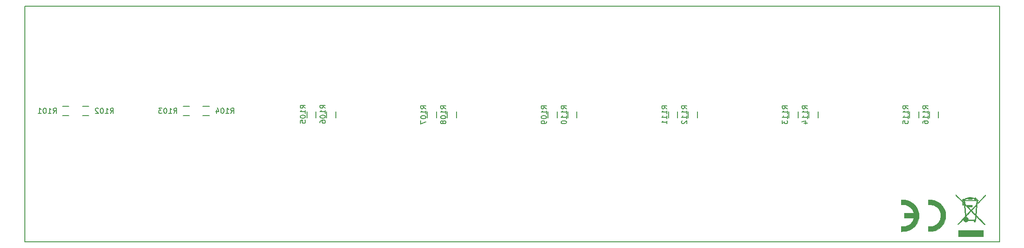
<source format=gbo>
G04 #@! TF.GenerationSoftware,KiCad,Pcbnew,(5.1.0-0)*
G04 #@! TF.CreationDate,2019-11-06T10:25:11+01:00*
G04 #@! TF.ProjectId,AddOnD,4164644f-6e44-42e6-9b69-6361645f7063,rev?*
G04 #@! TF.SameCoordinates,Original*
G04 #@! TF.FileFunction,Legend,Bot*
G04 #@! TF.FilePolarity,Positive*
%FSLAX46Y46*%
G04 Gerber Fmt 4.6, Leading zero omitted, Abs format (unit mm)*
G04 Created by KiCad (PCBNEW (5.1.0-0)) date 2019-11-06 10:25:11*
%MOMM*%
%LPD*%
G04 APERTURE LIST*
%ADD10C,0.150000*%
%ADD11C,0.010000*%
G04 APERTURE END LIST*
D10*
X7500000Y45000000D02*
X7500000Y90000000D01*
X193500000Y45000000D02*
X7500000Y45000000D01*
X193500000Y90000000D02*
X193500000Y45000000D01*
X7500000Y90000000D02*
X193500000Y90000000D01*
D11*
G36*
X174766665Y52083594D02*
G01*
X175061015Y52083305D01*
X175162990Y52082880D01*
X175243645Y52081592D01*
X175308112Y52079086D01*
X175361524Y52075004D01*
X175409012Y52068992D01*
X175455711Y52060692D01*
X175489611Y52053564D01*
X175719451Y51990246D01*
X175938768Y51903988D01*
X176145799Y51795991D01*
X176338780Y51667456D01*
X176515951Y51519582D01*
X176675547Y51353570D01*
X176815807Y51170621D01*
X176840446Y51133551D01*
X176892244Y51046598D01*
X176945145Y50945180D01*
X176996164Y50836134D01*
X177042318Y50726298D01*
X177080625Y50622512D01*
X177108102Y50531612D01*
X177114196Y50506016D01*
X177123561Y50463021D01*
X175361979Y50463021D01*
X175361979Y49523750D01*
X177123561Y49523750D01*
X177114196Y49480756D01*
X177089136Y49389389D01*
X177051648Y49283531D01*
X177004815Y49170122D01*
X176951718Y49056108D01*
X176895440Y48948431D01*
X176839064Y48854033D01*
X176829608Y48839681D01*
X176685866Y48648209D01*
X176524667Y48476370D01*
X176347010Y48324837D01*
X176153891Y48194281D01*
X175946309Y48085376D01*
X175725262Y47998794D01*
X175491745Y47935206D01*
X175486044Y47933979D01*
X175433462Y47923378D01*
X175385042Y47915487D01*
X175335391Y47909922D01*
X175279119Y47906298D01*
X175210832Y47904231D01*
X175125141Y47903336D01*
X175054401Y47903201D01*
X174766667Y47903224D01*
X174766667Y46970521D01*
X175054401Y46972238D01*
X175146376Y46973291D01*
X175236109Y46975234D01*
X175317842Y46977874D01*
X175385821Y46981019D01*
X175434289Y46984474D01*
X175441354Y46985211D01*
X175666763Y47021406D01*
X175898614Y47078624D01*
X176130575Y47154716D01*
X176356315Y47247535D01*
X176569501Y47354932D01*
X176625303Y47386865D01*
X176788844Y47492333D01*
X176954786Y47616455D01*
X177116573Y47753569D01*
X177267650Y47898018D01*
X177401460Y48044141D01*
X177438007Y48088393D01*
X177599327Y48309988D01*
X177740652Y48547622D01*
X177860975Y48798911D01*
X177959289Y49061468D01*
X178034588Y49332908D01*
X178085865Y49610845D01*
X178088410Y49629584D01*
X178095359Y49701249D01*
X178100292Y49791954D01*
X178103208Y49895077D01*
X178104105Y50003991D01*
X178102981Y50112075D01*
X178099834Y50212702D01*
X178094662Y50299248D01*
X178088617Y50357188D01*
X178036661Y50642106D01*
X177961431Y50917646D01*
X177863609Y51182191D01*
X177743879Y51434123D01*
X177602924Y51671823D01*
X177441427Y51893675D01*
X177438007Y51897921D01*
X177257720Y52100879D01*
X177058578Y52287344D01*
X176843027Y52455786D01*
X176613515Y52604675D01*
X176372491Y52732483D01*
X176122400Y52837678D01*
X175865691Y52918733D01*
X175765381Y52943231D01*
X175641470Y52969062D01*
X175526300Y52988408D01*
X175412480Y53002019D01*
X175292615Y53010644D01*
X175159313Y53015032D01*
X175047787Y53015992D01*
X174766667Y53016250D01*
X174766665Y52083594D01*
X174766665Y52083594D01*
G37*
X174766665Y52083594D02*
X175061015Y52083305D01*
X175162990Y52082880D01*
X175243645Y52081592D01*
X175308112Y52079086D01*
X175361524Y52075004D01*
X175409012Y52068992D01*
X175455711Y52060692D01*
X175489611Y52053564D01*
X175719451Y51990246D01*
X175938768Y51903988D01*
X176145799Y51795991D01*
X176338780Y51667456D01*
X176515951Y51519582D01*
X176675547Y51353570D01*
X176815807Y51170621D01*
X176840446Y51133551D01*
X176892244Y51046598D01*
X176945145Y50945180D01*
X176996164Y50836134D01*
X177042318Y50726298D01*
X177080625Y50622512D01*
X177108102Y50531612D01*
X177114196Y50506016D01*
X177123561Y50463021D01*
X175361979Y50463021D01*
X175361979Y49523750D01*
X177123561Y49523750D01*
X177114196Y49480756D01*
X177089136Y49389389D01*
X177051648Y49283531D01*
X177004815Y49170122D01*
X176951718Y49056108D01*
X176895440Y48948431D01*
X176839064Y48854033D01*
X176829608Y48839681D01*
X176685866Y48648209D01*
X176524667Y48476370D01*
X176347010Y48324837D01*
X176153891Y48194281D01*
X175946309Y48085376D01*
X175725262Y47998794D01*
X175491745Y47935206D01*
X175486044Y47933979D01*
X175433462Y47923378D01*
X175385042Y47915487D01*
X175335391Y47909922D01*
X175279119Y47906298D01*
X175210832Y47904231D01*
X175125141Y47903336D01*
X175054401Y47903201D01*
X174766667Y47903224D01*
X174766667Y46970521D01*
X175054401Y46972238D01*
X175146376Y46973291D01*
X175236109Y46975234D01*
X175317842Y46977874D01*
X175385821Y46981019D01*
X175434289Y46984474D01*
X175441354Y46985211D01*
X175666763Y47021406D01*
X175898614Y47078624D01*
X176130575Y47154716D01*
X176356315Y47247535D01*
X176569501Y47354932D01*
X176625303Y47386865D01*
X176788844Y47492333D01*
X176954786Y47616455D01*
X177116573Y47753569D01*
X177267650Y47898018D01*
X177401460Y48044141D01*
X177438007Y48088393D01*
X177599327Y48309988D01*
X177740652Y48547622D01*
X177860975Y48798911D01*
X177959289Y49061468D01*
X178034588Y49332908D01*
X178085865Y49610845D01*
X178088410Y49629584D01*
X178095359Y49701249D01*
X178100292Y49791954D01*
X178103208Y49895077D01*
X178104105Y50003991D01*
X178102981Y50112075D01*
X178099834Y50212702D01*
X178094662Y50299248D01*
X178088617Y50357188D01*
X178036661Y50642106D01*
X177961431Y50917646D01*
X177863609Y51182191D01*
X177743879Y51434123D01*
X177602924Y51671823D01*
X177441427Y51893675D01*
X177438007Y51897921D01*
X177257720Y52100879D01*
X177058578Y52287344D01*
X176843027Y52455786D01*
X176613515Y52604675D01*
X176372491Y52732483D01*
X176122400Y52837678D01*
X175865691Y52918733D01*
X175765381Y52943231D01*
X175641470Y52969062D01*
X175526300Y52988408D01*
X175412480Y53002019D01*
X175292615Y53010644D01*
X175159313Y53015032D01*
X175047787Y53015992D01*
X174766667Y53016250D01*
X174766665Y52083594D01*
G36*
X180060813Y53015685D02*
G01*
X179996330Y53014025D01*
X179949697Y53011055D01*
X179929349Y53007912D01*
X179899583Y52999935D01*
X179899583Y52079470D01*
X180109119Y52086741D01*
X180318953Y52086477D01*
X180513141Y52069618D01*
X180697580Y52034925D01*
X180878168Y51981161D01*
X181060803Y51907089D01*
X181136511Y51871121D01*
X181317062Y51772023D01*
X181479702Y51660674D01*
X181632099Y51531592D01*
X181691378Y51474295D01*
X181848015Y51299139D01*
X181983527Y51108480D01*
X182097234Y50903606D01*
X182188456Y50685807D01*
X182256515Y50456371D01*
X182276674Y50363803D01*
X182288823Y50279756D01*
X182296934Y50176766D01*
X182301015Y50062035D01*
X182301074Y49942766D01*
X182297116Y49826163D01*
X182289149Y49719429D01*
X182277181Y49629767D01*
X182275943Y49622969D01*
X182220089Y49394241D01*
X182140701Y49176035D01*
X182039069Y48969823D01*
X181916478Y48777072D01*
X181774219Y48599252D01*
X181613579Y48437832D01*
X181435845Y48294281D01*
X181242307Y48170069D01*
X181034252Y48066664D01*
X180850763Y47997465D01*
X180747623Y47965882D01*
X180652893Y47941871D01*
X180560130Y47924537D01*
X180462894Y47912984D01*
X180354742Y47906320D01*
X180229233Y47903648D01*
X180174089Y47903496D01*
X179899583Y47903814D01*
X179899583Y46986836D01*
X179929349Y46978859D01*
X179954749Y46975862D01*
X180001744Y46973797D01*
X180065490Y46972618D01*
X180141142Y46972277D01*
X180223854Y46972726D01*
X180308783Y46973917D01*
X180391083Y46975803D01*
X180465909Y46978337D01*
X180528417Y46981469D01*
X180573762Y46985153D01*
X180574271Y46985211D01*
X180687271Y47001659D01*
X180814872Y47026294D01*
X180947338Y47056917D01*
X181074934Y47091333D01*
X181156016Y47116464D01*
X181420553Y47217502D01*
X181671277Y47340487D01*
X181907195Y47484223D01*
X182127320Y47647513D01*
X182330660Y47829162D01*
X182516227Y48027974D01*
X182683030Y48242753D01*
X182830079Y48472302D01*
X182956385Y48715427D01*
X183060958Y48970930D01*
X183142808Y49237617D01*
X183200945Y49514291D01*
X183214162Y49603125D01*
X183222618Y49687893D01*
X183228437Y49791882D01*
X183231618Y49907991D01*
X183232161Y50029113D01*
X183230066Y50148146D01*
X183225334Y50257986D01*
X183217963Y50351528D01*
X183214162Y50383646D01*
X183163241Y50666294D01*
X183087795Y50939386D01*
X182988081Y51202286D01*
X182864354Y51454363D01*
X182716872Y51694983D01*
X182638048Y51805782D01*
X182459770Y52023277D01*
X182263767Y52221656D01*
X182051402Y52400118D01*
X181824041Y52557867D01*
X181583047Y52694103D01*
X181329787Y52808029D01*
X181065623Y52898847D01*
X180791921Y52965759D01*
X180601120Y52997187D01*
X180548646Y53002510D01*
X180479782Y53007070D01*
X180399419Y53010788D01*
X180312450Y53013587D01*
X180223764Y53015388D01*
X180138255Y53016113D01*
X180060813Y53015685D01*
X180060813Y53015685D01*
G37*
X180060813Y53015685D02*
X179996330Y53014025D01*
X179949697Y53011055D01*
X179929349Y53007912D01*
X179899583Y52999935D01*
X179899583Y52079470D01*
X180109119Y52086741D01*
X180318953Y52086477D01*
X180513141Y52069618D01*
X180697580Y52034925D01*
X180878168Y51981161D01*
X181060803Y51907089D01*
X181136511Y51871121D01*
X181317062Y51772023D01*
X181479702Y51660674D01*
X181632099Y51531592D01*
X181691378Y51474295D01*
X181848015Y51299139D01*
X181983527Y51108480D01*
X182097234Y50903606D01*
X182188456Y50685807D01*
X182256515Y50456371D01*
X182276674Y50363803D01*
X182288823Y50279756D01*
X182296934Y50176766D01*
X182301015Y50062035D01*
X182301074Y49942766D01*
X182297116Y49826163D01*
X182289149Y49719429D01*
X182277181Y49629767D01*
X182275943Y49622969D01*
X182220089Y49394241D01*
X182140701Y49176035D01*
X182039069Y48969823D01*
X181916478Y48777072D01*
X181774219Y48599252D01*
X181613579Y48437832D01*
X181435845Y48294281D01*
X181242307Y48170069D01*
X181034252Y48066664D01*
X180850763Y47997465D01*
X180747623Y47965882D01*
X180652893Y47941871D01*
X180560130Y47924537D01*
X180462894Y47912984D01*
X180354742Y47906320D01*
X180229233Y47903648D01*
X180174089Y47903496D01*
X179899583Y47903814D01*
X179899583Y46986836D01*
X179929349Y46978859D01*
X179954749Y46975862D01*
X180001744Y46973797D01*
X180065490Y46972618D01*
X180141142Y46972277D01*
X180223854Y46972726D01*
X180308783Y46973917D01*
X180391083Y46975803D01*
X180465909Y46978337D01*
X180528417Y46981469D01*
X180573762Y46985153D01*
X180574271Y46985211D01*
X180687271Y47001659D01*
X180814872Y47026294D01*
X180947338Y47056917D01*
X181074934Y47091333D01*
X181156016Y47116464D01*
X181420553Y47217502D01*
X181671277Y47340487D01*
X181907195Y47484223D01*
X182127320Y47647513D01*
X182330660Y47829162D01*
X182516227Y48027974D01*
X182683030Y48242753D01*
X182830079Y48472302D01*
X182956385Y48715427D01*
X183060958Y48970930D01*
X183142808Y49237617D01*
X183200945Y49514291D01*
X183214162Y49603125D01*
X183222618Y49687893D01*
X183228437Y49791882D01*
X183231618Y49907991D01*
X183232161Y50029113D01*
X183230066Y50148146D01*
X183225334Y50257986D01*
X183217963Y50351528D01*
X183214162Y50383646D01*
X183163241Y50666294D01*
X183087795Y50939386D01*
X182988081Y51202286D01*
X182864354Y51454363D01*
X182716872Y51694983D01*
X182638048Y51805782D01*
X182459770Y52023277D01*
X182263767Y52221656D01*
X182051402Y52400118D01*
X181824041Y52557867D01*
X181583047Y52694103D01*
X181329787Y52808029D01*
X181065623Y52898847D01*
X180791921Y52965759D01*
X180601120Y52997187D01*
X180548646Y53002510D01*
X180479782Y53007070D01*
X180399419Y53010788D01*
X180312450Y53013587D01*
X180223764Y53015388D01*
X180138255Y53016113D01*
X180060813Y53015685D01*
G36*
X185176744Y53900663D02*
G01*
X185177567Y53784934D01*
X185777885Y53175000D01*
X186378204Y52565066D01*
X186378641Y52285165D01*
X186379079Y52005263D01*
X186744663Y52005263D01*
X186754083Y51934244D01*
X186757650Y51901873D01*
X186763662Y51840913D01*
X186771799Y51755002D01*
X186781738Y51647774D01*
X186793157Y51522867D01*
X186805736Y51383917D01*
X186819153Y51234559D01*
X186833085Y51078432D01*
X186847212Y50919170D01*
X186861212Y50760410D01*
X186874763Y50605789D01*
X186887544Y50458943D01*
X186899233Y50323507D01*
X186909508Y50203120D01*
X186918048Y50101416D01*
X186924531Y50022033D01*
X186928636Y49968606D01*
X186930041Y49944771D01*
X186930040Y49944658D01*
X186919796Y49925534D01*
X186889026Y49886045D01*
X186837311Y49825734D01*
X186764233Y49744139D01*
X186669373Y49640802D01*
X186552313Y49515262D01*
X186412633Y49367060D01*
X186249916Y49195737D01*
X186204179Y49147763D01*
X185478805Y48387434D01*
X185537449Y48328948D01*
X185596092Y48270461D01*
X185690974Y48373690D01*
X185725685Y48410997D01*
X185779906Y48468689D01*
X185850059Y48542987D01*
X185932568Y48630111D01*
X186023855Y48726282D01*
X186120342Y48827720D01*
X186178065Y48888305D01*
X186286434Y49001803D01*
X186374028Y49092715D01*
X186443080Y49162693D01*
X186495824Y49213390D01*
X186534494Y49246460D01*
X186561323Y49263556D01*
X186578544Y49266331D01*
X186588392Y49256437D01*
X186593099Y49235529D01*
X186594899Y49205259D01*
X186595141Y49196998D01*
X186607658Y49140091D01*
X186638497Y49071307D01*
X186681503Y49001525D01*
X186730520Y48941622D01*
X186750134Y48923118D01*
X186850770Y48858372D01*
X186968327Y48822146D01*
X187072262Y48813553D01*
X187190049Y48829761D01*
X187298831Y48877288D01*
X187395110Y48954489D01*
X187412875Y48973705D01*
X187477832Y49047500D01*
X188601579Y49047500D01*
X188601579Y48813553D01*
X188902368Y48813553D01*
X188902368Y48922848D01*
X188906143Y48997461D01*
X188918825Y49049250D01*
X188934237Y49077420D01*
X188945250Y49097576D01*
X188954679Y49126800D01*
X188963151Y49169425D01*
X188971290Y49229783D01*
X188979721Y49312207D01*
X188989068Y49421028D01*
X188995469Y49501983D01*
X189024831Y49881268D01*
X189745659Y49151062D01*
X189875992Y49018934D01*
X190001108Y48891904D01*
X190118721Y48772305D01*
X190226545Y48662472D01*
X190322295Y48564737D01*
X190403683Y48481434D01*
X190468423Y48414896D01*
X190514230Y48367458D01*
X190538792Y48341480D01*
X190579145Y48300351D01*
X190612805Y48271665D01*
X190630910Y48262105D01*
X190654035Y48273303D01*
X190687743Y48301281D01*
X190699169Y48312674D01*
X190747617Y48363243D01*
X190480881Y48634298D01*
X190412831Y48703348D01*
X190325085Y48792226D01*
X190221492Y48897041D01*
X190105900Y49013903D01*
X189982159Y49138921D01*
X189854119Y49268205D01*
X189725628Y49397864D01*
X189633454Y49490821D01*
X189493342Y49632480D01*
X189375632Y49752409D01*
X189278820Y49852232D01*
X189201399Y49933572D01*
X189141864Y49998052D01*
X189112358Y50031723D01*
X188875409Y50031723D01*
X188845743Y49652408D01*
X188836797Y49541223D01*
X188828142Y49439547D01*
X188820271Y49352696D01*
X188813672Y49285982D01*
X188808836Y49244721D01*
X188807280Y49235494D01*
X188798482Y49197895D01*
X187536681Y49197895D01*
X187528258Y49302827D01*
X187502828Y49426805D01*
X187449611Y49536476D01*
X187371963Y49627844D01*
X187273237Y49696917D01*
X187162428Y49738380D01*
X187126480Y49757829D01*
X187108483Y49799570D01*
X187108106Y49801411D01*
X187105947Y49819033D01*
X187108616Y49837078D01*
X187118720Y49858892D01*
X187138863Y49887823D01*
X187171651Y49927217D01*
X187219690Y49980423D01*
X187285584Y50050786D01*
X187371940Y50141654D01*
X187377520Y50147507D01*
X187470405Y50245044D01*
X187569155Y50348933D01*
X187666984Y50452023D01*
X187757107Y50547161D01*
X187832738Y50627196D01*
X187849605Y50645089D01*
X187914265Y50712556D01*
X187971705Y50770291D01*
X188017801Y50814325D01*
X188048431Y50840686D01*
X188058715Y50846479D01*
X188074052Y50834354D01*
X188109917Y50801090D01*
X188163488Y50749458D01*
X188231940Y50682225D01*
X188312447Y50602163D01*
X188402187Y50512039D01*
X188475532Y50437802D01*
X188875409Y50031723D01*
X189112358Y50031723D01*
X189098709Y50047297D01*
X189070429Y50082929D01*
X189055517Y50106571D01*
X189052199Y50117520D01*
X189053456Y50141414D01*
X189057274Y50195499D01*
X189063407Y50276662D01*
X189071607Y50381790D01*
X189081627Y50507772D01*
X189093220Y50651495D01*
X189106140Y50809846D01*
X189120138Y50979713D01*
X189131419Y51115472D01*
X189195250Y51880894D01*
X189031004Y51880894D01*
X189030297Y51864376D01*
X189026969Y51817855D01*
X189021290Y51744622D01*
X189013526Y51647972D01*
X189003943Y51531195D01*
X188992811Y51397586D01*
X188980395Y51250437D01*
X188968480Y51110729D01*
X188954984Y50952213D01*
X188942413Y50802579D01*
X188931055Y50665398D01*
X188921198Y50544241D01*
X188913130Y50442680D01*
X188907140Y50364288D01*
X188903515Y50312637D01*
X188902509Y50292577D01*
X188900940Y50280092D01*
X188894722Y50275138D01*
X188881459Y50279782D01*
X188858753Y50296091D01*
X188824208Y50326132D01*
X188775427Y50371973D01*
X188710013Y50435680D01*
X188625569Y50519321D01*
X188535971Y50608701D01*
X188169574Y50974814D01*
X188172141Y50977566D01*
X187929951Y50977566D01*
X187918913Y50962450D01*
X187888013Y50926858D01*
X187840347Y50874059D01*
X187779013Y50807327D01*
X187707107Y50729930D01*
X187627727Y50645142D01*
X187543969Y50556233D01*
X187458930Y50466474D01*
X187375708Y50379136D01*
X187297399Y50297491D01*
X187227100Y50224809D01*
X187167909Y50164363D01*
X187122922Y50119422D01*
X187095236Y50093258D01*
X187087686Y50087928D01*
X187085197Y50105133D01*
X187080030Y50152652D01*
X187072470Y50227511D01*
X187062800Y50326736D01*
X187051305Y50447351D01*
X187038269Y50586382D01*
X187023976Y50740855D01*
X187008710Y50907794D01*
X186996521Y51042403D01*
X186980929Y51216946D01*
X186966523Y51381373D01*
X186953547Y51532701D01*
X186942241Y51667947D01*
X186932848Y51784130D01*
X186925611Y51878265D01*
X186920772Y51947370D01*
X186918573Y51988462D01*
X186918824Y51999132D01*
X186931970Y51989628D01*
X186965446Y51959080D01*
X187016326Y51910444D01*
X187081683Y51846677D01*
X187158591Y51770735D01*
X187244124Y51685576D01*
X187335354Y51594155D01*
X187429356Y51499431D01*
X187523202Y51404359D01*
X187613967Y51311897D01*
X187698723Y51225001D01*
X187774544Y51146628D01*
X187838503Y51079735D01*
X187887674Y51027278D01*
X187919131Y50992215D01*
X187929951Y50977566D01*
X188172141Y50977566D01*
X188306202Y51121240D01*
X188375784Y51195552D01*
X188453881Y51278517D01*
X188537406Y51366898D01*
X188623270Y51457459D01*
X188708385Y51546964D01*
X188789664Y51632177D01*
X188864019Y51709861D01*
X188928363Y51776780D01*
X188979606Y51829697D01*
X189014663Y51865377D01*
X189030444Y51880584D01*
X189031004Y51880894D01*
X189195250Y51880894D01*
X189211204Y52072193D01*
X190009286Y52911515D01*
X190807368Y53750836D01*
X190806781Y53868148D01*
X190806194Y53985461D01*
X190677275Y53847747D01*
X190605124Y53770937D01*
X190519940Y53680696D01*
X190424021Y53579425D01*
X190319666Y53469524D01*
X190209174Y53353396D01*
X190094844Y53233442D01*
X189978975Y53112064D01*
X189863865Y52991662D01*
X189751814Y52874638D01*
X189645119Y52763394D01*
X189546080Y52660331D01*
X189456997Y52567850D01*
X189380166Y52488353D01*
X189317888Y52424242D01*
X189272462Y52377917D01*
X189246185Y52351781D01*
X189240426Y52346767D01*
X189240030Y52364209D01*
X189242208Y52408865D01*
X189246583Y52474660D01*
X189252775Y52555517D01*
X189255433Y52587817D01*
X189275228Y52824079D01*
X189120242Y52824079D01*
X189112240Y52786480D01*
X189108160Y52756745D01*
X189102425Y52700797D01*
X189095701Y52625764D01*
X189088648Y52538775D01*
X189086207Y52506579D01*
X189079008Y52414139D01*
X189071742Y52328293D01*
X189065136Y52257153D01*
X189059916Y52208831D01*
X189058739Y52200061D01*
X189054298Y52182058D01*
X189044687Y52160983D01*
X189027860Y52134475D01*
X189001775Y52100172D01*
X188964387Y52055711D01*
X188913654Y51998729D01*
X188847530Y51926864D01*
X188763974Y51837754D01*
X188660940Y51729036D01*
X188555833Y51618725D01*
X188451262Y51509559D01*
X188353649Y51408460D01*
X188265422Y51317885D01*
X188189012Y51240292D01*
X188126849Y51178138D01*
X188081363Y51133882D01*
X188054983Y51109982D01*
X188049357Y51106426D01*
X188034557Y51119319D01*
X187999961Y51152940D01*
X187948929Y51203918D01*
X187884817Y51268880D01*
X187810984Y51344452D01*
X187757589Y51399507D01*
X187478827Y51687763D01*
X188300790Y51687763D01*
X188300790Y52005263D01*
X187298158Y52005263D01*
X187298158Y51863794D01*
X187114342Y52047040D01*
X186983948Y52177029D01*
X186730000Y52177029D01*
X186727571Y52156523D01*
X186715276Y52145098D01*
X186685604Y52140120D01*
X186631045Y52138956D01*
X186621382Y52138948D01*
X186512763Y52138948D01*
X186512763Y52430416D01*
X186621382Y52322763D01*
X186682654Y52257313D01*
X186719301Y52207171D01*
X186730000Y52177029D01*
X186983948Y52177029D01*
X186930526Y52230285D01*
X186930526Y52393498D01*
X186930015Y52468586D01*
X186927672Y52516355D01*
X186922289Y52542902D01*
X186912656Y52554321D01*
X186898129Y52556711D01*
X186881973Y52560220D01*
X186870031Y52574289D01*
X186860861Y52604231D01*
X186853018Y52655358D01*
X186845058Y52732983D01*
X186842504Y52761415D01*
X186836974Y52824079D01*
X189120242Y52824079D01*
X189275228Y52824079D01*
X189487237Y52824079D01*
X189487237Y52974474D01*
X189397141Y52974474D01*
X189344445Y52975917D01*
X189315812Y52982884D01*
X189312309Y52987030D01*
X189127766Y52987030D01*
X189118054Y52977558D01*
X189084412Y52974634D01*
X189061706Y52974474D01*
X188985921Y52974474D01*
X188703306Y52974474D01*
X186823481Y52974474D01*
X186887062Y53039587D01*
X186985814Y53119938D01*
X187108032Y53181911D01*
X187255787Y53226354D01*
X187402599Y53250935D01*
X187498684Y53262404D01*
X187498684Y53141579D01*
X188267368Y53141579D01*
X188267368Y53278655D01*
X188380165Y53267224D01*
X188458975Y53257575D01*
X188542943Y53244786D01*
X188593224Y53235652D01*
X188693487Y53215512D01*
X188698397Y53094993D01*
X188703306Y52974474D01*
X188985921Y52974474D01*
X188985921Y53041316D01*
X188988131Y53083190D01*
X188993650Y53106464D01*
X188995874Y53108158D01*
X189020613Y53097440D01*
X189056757Y53071437D01*
X189092990Y53039377D01*
X189117999Y53010489D01*
X189120227Y53006733D01*
X189127766Y52987030D01*
X189312309Y52987030D01*
X189301919Y52999326D01*
X189296311Y53017238D01*
X189273422Y53063721D01*
X189229460Y53119600D01*
X189171989Y53177040D01*
X189108573Y53228207D01*
X189066918Y53254857D01*
X189019466Y53284028D01*
X188995141Y53308533D01*
X188986595Y53337428D01*
X188985938Y53354638D01*
X188985937Y53358816D01*
X188133684Y53358816D01*
X188133684Y53275263D01*
X187632368Y53275263D01*
X187632368Y53358816D01*
X188133684Y53358816D01*
X188985937Y53358816D01*
X188985921Y53408948D01*
X188845274Y53408948D01*
X188780564Y53407383D01*
X188730130Y53403215D01*
X188702094Y53397227D01*
X188699057Y53394803D01*
X188681273Y53391082D01*
X188637992Y53392606D01*
X188576651Y53398925D01*
X188534737Y53404760D01*
X188458737Y53416222D01*
X188389230Y53426570D01*
X188336997Y53434204D01*
X188321678Y53436373D01*
X188281653Y53448768D01*
X188267368Y53468192D01*
X188263025Y53476102D01*
X188247490Y53482137D01*
X188217001Y53486534D01*
X188167800Y53489531D01*
X188096126Y53491365D01*
X187998219Y53492275D01*
X187883026Y53492500D01*
X187760086Y53492372D01*
X187666559Y53491770D01*
X187598440Y53490361D01*
X187551719Y53487819D01*
X187522391Y53483811D01*
X187506449Y53478009D01*
X187499885Y53470083D01*
X187498684Y53460867D01*
X187488460Y53431615D01*
X187454970Y53414969D01*
X187393988Y53409032D01*
X187383017Y53408948D01*
X187279746Y53398294D01*
X187162453Y53368967D01*
X187041715Y53324916D01*
X186928111Y53270089D01*
X186832219Y53208436D01*
X186819799Y53198668D01*
X186779318Y53166885D01*
X186755345Y53154156D01*
X186738604Y53158271D01*
X186721419Y53175250D01*
X186670664Y53208508D01*
X186604607Y53221275D01*
X186533474Y53214635D01*
X186467486Y53189673D01*
X186416868Y53147471D01*
X186413203Y53142566D01*
X186375328Y53063789D01*
X186368281Y52982246D01*
X186391285Y52904513D01*
X186443563Y52837165D01*
X186449956Y52831604D01*
X186487073Y52805187D01*
X186524733Y52793553D01*
X186577676Y52792713D01*
X186590902Y52793458D01*
X186642703Y52795359D01*
X186669386Y52791004D01*
X186679045Y52777862D01*
X186680037Y52765592D01*
X186682061Y52729998D01*
X186687086Y52676467D01*
X186690697Y52644441D01*
X186695934Y52593573D01*
X186693756Y52567532D01*
X186681125Y52558014D01*
X186658625Y52556711D01*
X186645282Y52561014D01*
X186623756Y52574943D01*
X186592452Y52600023D01*
X186549776Y52637781D01*
X186494132Y52689744D01*
X186423925Y52757438D01*
X186337560Y52842389D01*
X186233442Y52946125D01*
X186109975Y53070172D01*
X185965564Y53216056D01*
X185895969Y53286551D01*
X185175921Y54016390D01*
X185176744Y53900663D01*
X185176744Y53900663D01*
G37*
X185176744Y53900663D02*
X185177567Y53784934D01*
X185777885Y53175000D01*
X186378204Y52565066D01*
X186378641Y52285165D01*
X186379079Y52005263D01*
X186744663Y52005263D01*
X186754083Y51934244D01*
X186757650Y51901873D01*
X186763662Y51840913D01*
X186771799Y51755002D01*
X186781738Y51647774D01*
X186793157Y51522867D01*
X186805736Y51383917D01*
X186819153Y51234559D01*
X186833085Y51078432D01*
X186847212Y50919170D01*
X186861212Y50760410D01*
X186874763Y50605789D01*
X186887544Y50458943D01*
X186899233Y50323507D01*
X186909508Y50203120D01*
X186918048Y50101416D01*
X186924531Y50022033D01*
X186928636Y49968606D01*
X186930041Y49944771D01*
X186930040Y49944658D01*
X186919796Y49925534D01*
X186889026Y49886045D01*
X186837311Y49825734D01*
X186764233Y49744139D01*
X186669373Y49640802D01*
X186552313Y49515262D01*
X186412633Y49367060D01*
X186249916Y49195737D01*
X186204179Y49147763D01*
X185478805Y48387434D01*
X185537449Y48328948D01*
X185596092Y48270461D01*
X185690974Y48373690D01*
X185725685Y48410997D01*
X185779906Y48468689D01*
X185850059Y48542987D01*
X185932568Y48630111D01*
X186023855Y48726282D01*
X186120342Y48827720D01*
X186178065Y48888305D01*
X186286434Y49001803D01*
X186374028Y49092715D01*
X186443080Y49162693D01*
X186495824Y49213390D01*
X186534494Y49246460D01*
X186561323Y49263556D01*
X186578544Y49266331D01*
X186588392Y49256437D01*
X186593099Y49235529D01*
X186594899Y49205259D01*
X186595141Y49196998D01*
X186607658Y49140091D01*
X186638497Y49071307D01*
X186681503Y49001525D01*
X186730520Y48941622D01*
X186750134Y48923118D01*
X186850770Y48858372D01*
X186968327Y48822146D01*
X187072262Y48813553D01*
X187190049Y48829761D01*
X187298831Y48877288D01*
X187395110Y48954489D01*
X187412875Y48973705D01*
X187477832Y49047500D01*
X188601579Y49047500D01*
X188601579Y48813553D01*
X188902368Y48813553D01*
X188902368Y48922848D01*
X188906143Y48997461D01*
X188918825Y49049250D01*
X188934237Y49077420D01*
X188945250Y49097576D01*
X188954679Y49126800D01*
X188963151Y49169425D01*
X188971290Y49229783D01*
X188979721Y49312207D01*
X188989068Y49421028D01*
X188995469Y49501983D01*
X189024831Y49881268D01*
X189745659Y49151062D01*
X189875992Y49018934D01*
X190001108Y48891904D01*
X190118721Y48772305D01*
X190226545Y48662472D01*
X190322295Y48564737D01*
X190403683Y48481434D01*
X190468423Y48414896D01*
X190514230Y48367458D01*
X190538792Y48341480D01*
X190579145Y48300351D01*
X190612805Y48271665D01*
X190630910Y48262105D01*
X190654035Y48273303D01*
X190687743Y48301281D01*
X190699169Y48312674D01*
X190747617Y48363243D01*
X190480881Y48634298D01*
X190412831Y48703348D01*
X190325085Y48792226D01*
X190221492Y48897041D01*
X190105900Y49013903D01*
X189982159Y49138921D01*
X189854119Y49268205D01*
X189725628Y49397864D01*
X189633454Y49490821D01*
X189493342Y49632480D01*
X189375632Y49752409D01*
X189278820Y49852232D01*
X189201399Y49933572D01*
X189141864Y49998052D01*
X189112358Y50031723D01*
X188875409Y50031723D01*
X188845743Y49652408D01*
X188836797Y49541223D01*
X188828142Y49439547D01*
X188820271Y49352696D01*
X188813672Y49285982D01*
X188808836Y49244721D01*
X188807280Y49235494D01*
X188798482Y49197895D01*
X187536681Y49197895D01*
X187528258Y49302827D01*
X187502828Y49426805D01*
X187449611Y49536476D01*
X187371963Y49627844D01*
X187273237Y49696917D01*
X187162428Y49738380D01*
X187126480Y49757829D01*
X187108483Y49799570D01*
X187108106Y49801411D01*
X187105947Y49819033D01*
X187108616Y49837078D01*
X187118720Y49858892D01*
X187138863Y49887823D01*
X187171651Y49927217D01*
X187219690Y49980423D01*
X187285584Y50050786D01*
X187371940Y50141654D01*
X187377520Y50147507D01*
X187470405Y50245044D01*
X187569155Y50348933D01*
X187666984Y50452023D01*
X187757107Y50547161D01*
X187832738Y50627196D01*
X187849605Y50645089D01*
X187914265Y50712556D01*
X187971705Y50770291D01*
X188017801Y50814325D01*
X188048431Y50840686D01*
X188058715Y50846479D01*
X188074052Y50834354D01*
X188109917Y50801090D01*
X188163488Y50749458D01*
X188231940Y50682225D01*
X188312447Y50602163D01*
X188402187Y50512039D01*
X188475532Y50437802D01*
X188875409Y50031723D01*
X189112358Y50031723D01*
X189098709Y50047297D01*
X189070429Y50082929D01*
X189055517Y50106571D01*
X189052199Y50117520D01*
X189053456Y50141414D01*
X189057274Y50195499D01*
X189063407Y50276662D01*
X189071607Y50381790D01*
X189081627Y50507772D01*
X189093220Y50651495D01*
X189106140Y50809846D01*
X189120138Y50979713D01*
X189131419Y51115472D01*
X189195250Y51880894D01*
X189031004Y51880894D01*
X189030297Y51864376D01*
X189026969Y51817855D01*
X189021290Y51744622D01*
X189013526Y51647972D01*
X189003943Y51531195D01*
X188992811Y51397586D01*
X188980395Y51250437D01*
X188968480Y51110729D01*
X188954984Y50952213D01*
X188942413Y50802579D01*
X188931055Y50665398D01*
X188921198Y50544241D01*
X188913130Y50442680D01*
X188907140Y50364288D01*
X188903515Y50312637D01*
X188902509Y50292577D01*
X188900940Y50280092D01*
X188894722Y50275138D01*
X188881459Y50279782D01*
X188858753Y50296091D01*
X188824208Y50326132D01*
X188775427Y50371973D01*
X188710013Y50435680D01*
X188625569Y50519321D01*
X188535971Y50608701D01*
X188169574Y50974814D01*
X188172141Y50977566D01*
X187929951Y50977566D01*
X187918913Y50962450D01*
X187888013Y50926858D01*
X187840347Y50874059D01*
X187779013Y50807327D01*
X187707107Y50729930D01*
X187627727Y50645142D01*
X187543969Y50556233D01*
X187458930Y50466474D01*
X187375708Y50379136D01*
X187297399Y50297491D01*
X187227100Y50224809D01*
X187167909Y50164363D01*
X187122922Y50119422D01*
X187095236Y50093258D01*
X187087686Y50087928D01*
X187085197Y50105133D01*
X187080030Y50152652D01*
X187072470Y50227511D01*
X187062800Y50326736D01*
X187051305Y50447351D01*
X187038269Y50586382D01*
X187023976Y50740855D01*
X187008710Y50907794D01*
X186996521Y51042403D01*
X186980929Y51216946D01*
X186966523Y51381373D01*
X186953547Y51532701D01*
X186942241Y51667947D01*
X186932848Y51784130D01*
X186925611Y51878265D01*
X186920772Y51947370D01*
X186918573Y51988462D01*
X186918824Y51999132D01*
X186931970Y51989628D01*
X186965446Y51959080D01*
X187016326Y51910444D01*
X187081683Y51846677D01*
X187158591Y51770735D01*
X187244124Y51685576D01*
X187335354Y51594155D01*
X187429356Y51499431D01*
X187523202Y51404359D01*
X187613967Y51311897D01*
X187698723Y51225001D01*
X187774544Y51146628D01*
X187838503Y51079735D01*
X187887674Y51027278D01*
X187919131Y50992215D01*
X187929951Y50977566D01*
X188172141Y50977566D01*
X188306202Y51121240D01*
X188375784Y51195552D01*
X188453881Y51278517D01*
X188537406Y51366898D01*
X188623270Y51457459D01*
X188708385Y51546964D01*
X188789664Y51632177D01*
X188864019Y51709861D01*
X188928363Y51776780D01*
X188979606Y51829697D01*
X189014663Y51865377D01*
X189030444Y51880584D01*
X189031004Y51880894D01*
X189195250Y51880894D01*
X189211204Y52072193D01*
X190009286Y52911515D01*
X190807368Y53750836D01*
X190806781Y53868148D01*
X190806194Y53985461D01*
X190677275Y53847747D01*
X190605124Y53770937D01*
X190519940Y53680696D01*
X190424021Y53579425D01*
X190319666Y53469524D01*
X190209174Y53353396D01*
X190094844Y53233442D01*
X189978975Y53112064D01*
X189863865Y52991662D01*
X189751814Y52874638D01*
X189645119Y52763394D01*
X189546080Y52660331D01*
X189456997Y52567850D01*
X189380166Y52488353D01*
X189317888Y52424242D01*
X189272462Y52377917D01*
X189246185Y52351781D01*
X189240426Y52346767D01*
X189240030Y52364209D01*
X189242208Y52408865D01*
X189246583Y52474660D01*
X189252775Y52555517D01*
X189255433Y52587817D01*
X189275228Y52824079D01*
X189120242Y52824079D01*
X189112240Y52786480D01*
X189108160Y52756745D01*
X189102425Y52700797D01*
X189095701Y52625764D01*
X189088648Y52538775D01*
X189086207Y52506579D01*
X189079008Y52414139D01*
X189071742Y52328293D01*
X189065136Y52257153D01*
X189059916Y52208831D01*
X189058739Y52200061D01*
X189054298Y52182058D01*
X189044687Y52160983D01*
X189027860Y52134475D01*
X189001775Y52100172D01*
X188964387Y52055711D01*
X188913654Y51998729D01*
X188847530Y51926864D01*
X188763974Y51837754D01*
X188660940Y51729036D01*
X188555833Y51618725D01*
X188451262Y51509559D01*
X188353649Y51408460D01*
X188265422Y51317885D01*
X188189012Y51240292D01*
X188126849Y51178138D01*
X188081363Y51133882D01*
X188054983Y51109982D01*
X188049357Y51106426D01*
X188034557Y51119319D01*
X187999961Y51152940D01*
X187948929Y51203918D01*
X187884817Y51268880D01*
X187810984Y51344452D01*
X187757589Y51399507D01*
X187478827Y51687763D01*
X188300790Y51687763D01*
X188300790Y52005263D01*
X187298158Y52005263D01*
X187298158Y51863794D01*
X187114342Y52047040D01*
X186983948Y52177029D01*
X186730000Y52177029D01*
X186727571Y52156523D01*
X186715276Y52145098D01*
X186685604Y52140120D01*
X186631045Y52138956D01*
X186621382Y52138948D01*
X186512763Y52138948D01*
X186512763Y52430416D01*
X186621382Y52322763D01*
X186682654Y52257313D01*
X186719301Y52207171D01*
X186730000Y52177029D01*
X186983948Y52177029D01*
X186930526Y52230285D01*
X186930526Y52393498D01*
X186930015Y52468586D01*
X186927672Y52516355D01*
X186922289Y52542902D01*
X186912656Y52554321D01*
X186898129Y52556711D01*
X186881973Y52560220D01*
X186870031Y52574289D01*
X186860861Y52604231D01*
X186853018Y52655358D01*
X186845058Y52732983D01*
X186842504Y52761415D01*
X186836974Y52824079D01*
X189120242Y52824079D01*
X189275228Y52824079D01*
X189487237Y52824079D01*
X189487237Y52974474D01*
X189397141Y52974474D01*
X189344445Y52975917D01*
X189315812Y52982884D01*
X189312309Y52987030D01*
X189127766Y52987030D01*
X189118054Y52977558D01*
X189084412Y52974634D01*
X189061706Y52974474D01*
X188985921Y52974474D01*
X188703306Y52974474D01*
X186823481Y52974474D01*
X186887062Y53039587D01*
X186985814Y53119938D01*
X187108032Y53181911D01*
X187255787Y53226354D01*
X187402599Y53250935D01*
X187498684Y53262404D01*
X187498684Y53141579D01*
X188267368Y53141579D01*
X188267368Y53278655D01*
X188380165Y53267224D01*
X188458975Y53257575D01*
X188542943Y53244786D01*
X188593224Y53235652D01*
X188693487Y53215512D01*
X188698397Y53094993D01*
X188703306Y52974474D01*
X188985921Y52974474D01*
X188985921Y53041316D01*
X188988131Y53083190D01*
X188993650Y53106464D01*
X188995874Y53108158D01*
X189020613Y53097440D01*
X189056757Y53071437D01*
X189092990Y53039377D01*
X189117999Y53010489D01*
X189120227Y53006733D01*
X189127766Y52987030D01*
X189312309Y52987030D01*
X189301919Y52999326D01*
X189296311Y53017238D01*
X189273422Y53063721D01*
X189229460Y53119600D01*
X189171989Y53177040D01*
X189108573Y53228207D01*
X189066918Y53254857D01*
X189019466Y53284028D01*
X188995141Y53308533D01*
X188986595Y53337428D01*
X188985938Y53354638D01*
X188985937Y53358816D01*
X188133684Y53358816D01*
X188133684Y53275263D01*
X187632368Y53275263D01*
X187632368Y53358816D01*
X188133684Y53358816D01*
X188985937Y53358816D01*
X188985921Y53408948D01*
X188845274Y53408948D01*
X188780564Y53407383D01*
X188730130Y53403215D01*
X188702094Y53397227D01*
X188699057Y53394803D01*
X188681273Y53391082D01*
X188637992Y53392606D01*
X188576651Y53398925D01*
X188534737Y53404760D01*
X188458737Y53416222D01*
X188389230Y53426570D01*
X188336997Y53434204D01*
X188321678Y53436373D01*
X188281653Y53448768D01*
X188267368Y53468192D01*
X188263025Y53476102D01*
X188247490Y53482137D01*
X188217001Y53486534D01*
X188167800Y53489531D01*
X188096126Y53491365D01*
X187998219Y53492275D01*
X187883026Y53492500D01*
X187760086Y53492372D01*
X187666559Y53491770D01*
X187598440Y53490361D01*
X187551719Y53487819D01*
X187522391Y53483811D01*
X187506449Y53478009D01*
X187499885Y53470083D01*
X187498684Y53460867D01*
X187488460Y53431615D01*
X187454970Y53414969D01*
X187393988Y53409032D01*
X187383017Y53408948D01*
X187279746Y53398294D01*
X187162453Y53368967D01*
X187041715Y53324916D01*
X186928111Y53270089D01*
X186832219Y53208436D01*
X186819799Y53198668D01*
X186779318Y53166885D01*
X186755345Y53154156D01*
X186738604Y53158271D01*
X186721419Y53175250D01*
X186670664Y53208508D01*
X186604607Y53221275D01*
X186533474Y53214635D01*
X186467486Y53189673D01*
X186416868Y53147471D01*
X186413203Y53142566D01*
X186375328Y53063789D01*
X186368281Y52982246D01*
X186391285Y52904513D01*
X186443563Y52837165D01*
X186449956Y52831604D01*
X186487073Y52805187D01*
X186524733Y52793553D01*
X186577676Y52792713D01*
X186590902Y52793458D01*
X186642703Y52795359D01*
X186669386Y52791004D01*
X186679045Y52777862D01*
X186680037Y52765592D01*
X186682061Y52729998D01*
X186687086Y52676467D01*
X186690697Y52644441D01*
X186695934Y52593573D01*
X186693756Y52567532D01*
X186681125Y52558014D01*
X186658625Y52556711D01*
X186645282Y52561014D01*
X186623756Y52574943D01*
X186592452Y52600023D01*
X186549776Y52637781D01*
X186494132Y52689744D01*
X186423925Y52757438D01*
X186337560Y52842389D01*
X186233442Y52946125D01*
X186109975Y53070172D01*
X185965564Y53216056D01*
X185895969Y53286551D01*
X185175921Y54016390D01*
X185176744Y53900663D01*
G36*
X185677237Y45989474D02*
G01*
X190356184Y45989474D01*
X190356184Y47142500D01*
X185677237Y47142500D01*
X185677237Y45989474D01*
X185677237Y45989474D01*
G37*
X185677237Y45989474D02*
X190356184Y45989474D01*
X190356184Y47142500D01*
X185677237Y47142500D01*
X185677237Y45989474D01*
D10*
X15900000Y70875000D02*
X14700000Y70875000D01*
X14700000Y69125000D02*
X15900000Y69125000D01*
X18500000Y69125000D02*
X19700000Y69125000D01*
X19700000Y70875000D02*
X18500000Y70875000D01*
X38900000Y70875000D02*
X37700000Y70875000D01*
X37700000Y69125000D02*
X38900000Y69125000D01*
X41500000Y69125000D02*
X42700000Y69125000D01*
X42700000Y70875000D02*
X41500000Y70875000D01*
X61325000Y69900000D02*
X61325000Y68700000D01*
X63075000Y68700000D02*
X63075000Y69900000D01*
X66875000Y68700000D02*
X66875000Y69900000D01*
X65125000Y69900000D02*
X65125000Y68700000D01*
X84325000Y69900000D02*
X84325000Y68700000D01*
X86075000Y68700000D02*
X86075000Y69900000D01*
X89875000Y68700000D02*
X89875000Y69900000D01*
X88125000Y69900000D02*
X88125000Y68700000D01*
X107325000Y69900000D02*
X107325000Y68700000D01*
X109075000Y68700000D02*
X109075000Y69900000D01*
X112875000Y68700000D02*
X112875000Y69900000D01*
X111125000Y69900000D02*
X111125000Y68700000D01*
X130325000Y69900000D02*
X130325000Y68700000D01*
X132075000Y68700000D02*
X132075000Y69900000D01*
X135875000Y68700000D02*
X135875000Y69900000D01*
X134125000Y69900000D02*
X134125000Y68700000D01*
X153325000Y69900000D02*
X153325000Y68700000D01*
X155075000Y68700000D02*
X155075000Y69900000D01*
X158875000Y68700000D02*
X158875000Y69900000D01*
X157125000Y69900000D02*
X157125000Y68700000D01*
X176325000Y69900000D02*
X176325000Y68700000D01*
X178075000Y68700000D02*
X178075000Y69900000D01*
X181875000Y68700000D02*
X181875000Y69900000D01*
X180125000Y69900000D02*
X180125000Y68700000D01*
X12919047Y69547619D02*
X13252380Y70023809D01*
X13490476Y69547619D02*
X13490476Y70547619D01*
X13109523Y70547619D01*
X13014285Y70500000D01*
X12966666Y70452380D01*
X12919047Y70357142D01*
X12919047Y70214285D01*
X12966666Y70119047D01*
X13014285Y70071428D01*
X13109523Y70023809D01*
X13490476Y70023809D01*
X11966666Y69547619D02*
X12538095Y69547619D01*
X12252380Y69547619D02*
X12252380Y70547619D01*
X12347619Y70404761D01*
X12442857Y70309523D01*
X12538095Y70261904D01*
X11347619Y70547619D02*
X11252380Y70547619D01*
X11157142Y70500000D01*
X11109523Y70452380D01*
X11061904Y70357142D01*
X11014285Y70166666D01*
X11014285Y69928571D01*
X11061904Y69738095D01*
X11109523Y69642857D01*
X11157142Y69595238D01*
X11252380Y69547619D01*
X11347619Y69547619D01*
X11442857Y69595238D01*
X11490476Y69642857D01*
X11538095Y69738095D01*
X11585714Y69928571D01*
X11585714Y70166666D01*
X11538095Y70357142D01*
X11490476Y70452380D01*
X11442857Y70500000D01*
X11347619Y70547619D01*
X10061904Y69547619D02*
X10633333Y69547619D01*
X10347619Y69547619D02*
X10347619Y70547619D01*
X10442857Y70404761D01*
X10538095Y70309523D01*
X10633333Y70261904D01*
X23819047Y69547619D02*
X24152380Y70023809D01*
X24390476Y69547619D02*
X24390476Y70547619D01*
X24009523Y70547619D01*
X23914285Y70500000D01*
X23866666Y70452380D01*
X23819047Y70357142D01*
X23819047Y70214285D01*
X23866666Y70119047D01*
X23914285Y70071428D01*
X24009523Y70023809D01*
X24390476Y70023809D01*
X22866666Y69547619D02*
X23438095Y69547619D01*
X23152380Y69547619D02*
X23152380Y70547619D01*
X23247619Y70404761D01*
X23342857Y70309523D01*
X23438095Y70261904D01*
X22247619Y70547619D02*
X22152380Y70547619D01*
X22057142Y70500000D01*
X22009523Y70452380D01*
X21961904Y70357142D01*
X21914285Y70166666D01*
X21914285Y69928571D01*
X21961904Y69738095D01*
X22009523Y69642857D01*
X22057142Y69595238D01*
X22152380Y69547619D01*
X22247619Y69547619D01*
X22342857Y69595238D01*
X22390476Y69642857D01*
X22438095Y69738095D01*
X22485714Y69928571D01*
X22485714Y70166666D01*
X22438095Y70357142D01*
X22390476Y70452380D01*
X22342857Y70500000D01*
X22247619Y70547619D01*
X21533333Y70452380D02*
X21485714Y70500000D01*
X21390476Y70547619D01*
X21152380Y70547619D01*
X21057142Y70500000D01*
X21009523Y70452380D01*
X20961904Y70357142D01*
X20961904Y70261904D01*
X21009523Y70119047D01*
X21580952Y69547619D01*
X20961904Y69547619D01*
X35919047Y69547619D02*
X36252380Y70023809D01*
X36490476Y69547619D02*
X36490476Y70547619D01*
X36109523Y70547619D01*
X36014285Y70500000D01*
X35966666Y70452380D01*
X35919047Y70357142D01*
X35919047Y70214285D01*
X35966666Y70119047D01*
X36014285Y70071428D01*
X36109523Y70023809D01*
X36490476Y70023809D01*
X34966666Y69547619D02*
X35538095Y69547619D01*
X35252380Y69547619D02*
X35252380Y70547619D01*
X35347619Y70404761D01*
X35442857Y70309523D01*
X35538095Y70261904D01*
X34347619Y70547619D02*
X34252380Y70547619D01*
X34157142Y70500000D01*
X34109523Y70452380D01*
X34061904Y70357142D01*
X34014285Y70166666D01*
X34014285Y69928571D01*
X34061904Y69738095D01*
X34109523Y69642857D01*
X34157142Y69595238D01*
X34252380Y69547619D01*
X34347619Y69547619D01*
X34442857Y69595238D01*
X34490476Y69642857D01*
X34538095Y69738095D01*
X34585714Y69928571D01*
X34585714Y70166666D01*
X34538095Y70357142D01*
X34490476Y70452380D01*
X34442857Y70500000D01*
X34347619Y70547619D01*
X33680952Y70547619D02*
X33061904Y70547619D01*
X33395238Y70166666D01*
X33252380Y70166666D01*
X33157142Y70119047D01*
X33109523Y70071428D01*
X33061904Y69976190D01*
X33061904Y69738095D01*
X33109523Y69642857D01*
X33157142Y69595238D01*
X33252380Y69547619D01*
X33538095Y69547619D01*
X33633333Y69595238D01*
X33680952Y69642857D01*
X46819047Y69547619D02*
X47152380Y70023809D01*
X47390476Y69547619D02*
X47390476Y70547619D01*
X47009523Y70547619D01*
X46914285Y70500000D01*
X46866666Y70452380D01*
X46819047Y70357142D01*
X46819047Y70214285D01*
X46866666Y70119047D01*
X46914285Y70071428D01*
X47009523Y70023809D01*
X47390476Y70023809D01*
X45866666Y69547619D02*
X46438095Y69547619D01*
X46152380Y69547619D02*
X46152380Y70547619D01*
X46247619Y70404761D01*
X46342857Y70309523D01*
X46438095Y70261904D01*
X45247619Y70547619D02*
X45152380Y70547619D01*
X45057142Y70500000D01*
X45009523Y70452380D01*
X44961904Y70357142D01*
X44914285Y70166666D01*
X44914285Y69928571D01*
X44961904Y69738095D01*
X45009523Y69642857D01*
X45057142Y69595238D01*
X45152380Y69547619D01*
X45247619Y69547619D01*
X45342857Y69595238D01*
X45390476Y69642857D01*
X45438095Y69738095D01*
X45485714Y69928571D01*
X45485714Y70166666D01*
X45438095Y70357142D01*
X45390476Y70452380D01*
X45342857Y70500000D01*
X45247619Y70547619D01*
X44057142Y70214285D02*
X44057142Y69547619D01*
X44295238Y70595238D02*
X44533333Y69880952D01*
X43914285Y69880952D01*
X61052380Y70519047D02*
X60576190Y70852380D01*
X61052380Y71090476D02*
X60052380Y71090476D01*
X60052380Y70709523D01*
X60100000Y70614285D01*
X60147619Y70566666D01*
X60242857Y70519047D01*
X60385714Y70519047D01*
X60480952Y70566666D01*
X60528571Y70614285D01*
X60576190Y70709523D01*
X60576190Y71090476D01*
X61052380Y69566666D02*
X61052380Y70138095D01*
X61052380Y69852380D02*
X60052380Y69852380D01*
X60195238Y69947619D01*
X60290476Y70042857D01*
X60338095Y70138095D01*
X60052380Y68947619D02*
X60052380Y68852380D01*
X60100000Y68757142D01*
X60147619Y68709523D01*
X60242857Y68661904D01*
X60433333Y68614285D01*
X60671428Y68614285D01*
X60861904Y68661904D01*
X60957142Y68709523D01*
X61004761Y68757142D01*
X61052380Y68852380D01*
X61052380Y68947619D01*
X61004761Y69042857D01*
X60957142Y69090476D01*
X60861904Y69138095D01*
X60671428Y69185714D01*
X60433333Y69185714D01*
X60242857Y69138095D01*
X60147619Y69090476D01*
X60100000Y69042857D01*
X60052380Y68947619D01*
X60052380Y67709523D02*
X60052380Y68185714D01*
X60528571Y68233333D01*
X60480952Y68185714D01*
X60433333Y68090476D01*
X60433333Y67852380D01*
X60480952Y67757142D01*
X60528571Y67709523D01*
X60623809Y67661904D01*
X60861904Y67661904D01*
X60957142Y67709523D01*
X61004761Y67757142D01*
X61052380Y67852380D01*
X61052380Y68090476D01*
X61004761Y68185714D01*
X60957142Y68233333D01*
X64852380Y70519047D02*
X64376190Y70852380D01*
X64852380Y71090476D02*
X63852380Y71090476D01*
X63852380Y70709523D01*
X63900000Y70614285D01*
X63947619Y70566666D01*
X64042857Y70519047D01*
X64185714Y70519047D01*
X64280952Y70566666D01*
X64328571Y70614285D01*
X64376190Y70709523D01*
X64376190Y71090476D01*
X64852380Y69566666D02*
X64852380Y70138095D01*
X64852380Y69852380D02*
X63852380Y69852380D01*
X63995238Y69947619D01*
X64090476Y70042857D01*
X64138095Y70138095D01*
X63852380Y68947619D02*
X63852380Y68852380D01*
X63900000Y68757142D01*
X63947619Y68709523D01*
X64042857Y68661904D01*
X64233333Y68614285D01*
X64471428Y68614285D01*
X64661904Y68661904D01*
X64757142Y68709523D01*
X64804761Y68757142D01*
X64852380Y68852380D01*
X64852380Y68947619D01*
X64804761Y69042857D01*
X64757142Y69090476D01*
X64661904Y69138095D01*
X64471428Y69185714D01*
X64233333Y69185714D01*
X64042857Y69138095D01*
X63947619Y69090476D01*
X63900000Y69042857D01*
X63852380Y68947619D01*
X63852380Y67757142D02*
X63852380Y67947619D01*
X63900000Y68042857D01*
X63947619Y68090476D01*
X64090476Y68185714D01*
X64280952Y68233333D01*
X64661904Y68233333D01*
X64757142Y68185714D01*
X64804761Y68138095D01*
X64852380Y68042857D01*
X64852380Y67852380D01*
X64804761Y67757142D01*
X64757142Y67709523D01*
X64661904Y67661904D01*
X64423809Y67661904D01*
X64328571Y67709523D01*
X64280952Y67757142D01*
X64233333Y67852380D01*
X64233333Y68042857D01*
X64280952Y68138095D01*
X64328571Y68185714D01*
X64423809Y68233333D01*
X84052380Y70419047D02*
X83576190Y70752380D01*
X84052380Y70990476D02*
X83052380Y70990476D01*
X83052380Y70609523D01*
X83100000Y70514285D01*
X83147619Y70466666D01*
X83242857Y70419047D01*
X83385714Y70419047D01*
X83480952Y70466666D01*
X83528571Y70514285D01*
X83576190Y70609523D01*
X83576190Y70990476D01*
X84052380Y69466666D02*
X84052380Y70038095D01*
X84052380Y69752380D02*
X83052380Y69752380D01*
X83195238Y69847619D01*
X83290476Y69942857D01*
X83338095Y70038095D01*
X83052380Y68847619D02*
X83052380Y68752380D01*
X83100000Y68657142D01*
X83147619Y68609523D01*
X83242857Y68561904D01*
X83433333Y68514285D01*
X83671428Y68514285D01*
X83861904Y68561904D01*
X83957142Y68609523D01*
X84004761Y68657142D01*
X84052380Y68752380D01*
X84052380Y68847619D01*
X84004761Y68942857D01*
X83957142Y68990476D01*
X83861904Y69038095D01*
X83671428Y69085714D01*
X83433333Y69085714D01*
X83242857Y69038095D01*
X83147619Y68990476D01*
X83100000Y68942857D01*
X83052380Y68847619D01*
X83052380Y68180952D02*
X83052380Y67514285D01*
X84052380Y67942857D01*
X87852380Y70419047D02*
X87376190Y70752380D01*
X87852380Y70990476D02*
X86852380Y70990476D01*
X86852380Y70609523D01*
X86900000Y70514285D01*
X86947619Y70466666D01*
X87042857Y70419047D01*
X87185714Y70419047D01*
X87280952Y70466666D01*
X87328571Y70514285D01*
X87376190Y70609523D01*
X87376190Y70990476D01*
X87852380Y69466666D02*
X87852380Y70038095D01*
X87852380Y69752380D02*
X86852380Y69752380D01*
X86995238Y69847619D01*
X87090476Y69942857D01*
X87138095Y70038095D01*
X86852380Y68847619D02*
X86852380Y68752380D01*
X86900000Y68657142D01*
X86947619Y68609523D01*
X87042857Y68561904D01*
X87233333Y68514285D01*
X87471428Y68514285D01*
X87661904Y68561904D01*
X87757142Y68609523D01*
X87804761Y68657142D01*
X87852380Y68752380D01*
X87852380Y68847619D01*
X87804761Y68942857D01*
X87757142Y68990476D01*
X87661904Y69038095D01*
X87471428Y69085714D01*
X87233333Y69085714D01*
X87042857Y69038095D01*
X86947619Y68990476D01*
X86900000Y68942857D01*
X86852380Y68847619D01*
X87280952Y67942857D02*
X87233333Y68038095D01*
X87185714Y68085714D01*
X87090476Y68133333D01*
X87042857Y68133333D01*
X86947619Y68085714D01*
X86900000Y68038095D01*
X86852380Y67942857D01*
X86852380Y67752380D01*
X86900000Y67657142D01*
X86947619Y67609523D01*
X87042857Y67561904D01*
X87090476Y67561904D01*
X87185714Y67609523D01*
X87233333Y67657142D01*
X87280952Y67752380D01*
X87280952Y67942857D01*
X87328571Y68038095D01*
X87376190Y68085714D01*
X87471428Y68133333D01*
X87661904Y68133333D01*
X87757142Y68085714D01*
X87804761Y68038095D01*
X87852380Y67942857D01*
X87852380Y67752380D01*
X87804761Y67657142D01*
X87757142Y67609523D01*
X87661904Y67561904D01*
X87471428Y67561904D01*
X87376190Y67609523D01*
X87328571Y67657142D01*
X87280952Y67752380D01*
X107052380Y70419047D02*
X106576190Y70752380D01*
X107052380Y70990476D02*
X106052380Y70990476D01*
X106052380Y70609523D01*
X106100000Y70514285D01*
X106147619Y70466666D01*
X106242857Y70419047D01*
X106385714Y70419047D01*
X106480952Y70466666D01*
X106528571Y70514285D01*
X106576190Y70609523D01*
X106576190Y70990476D01*
X107052380Y69466666D02*
X107052380Y70038095D01*
X107052380Y69752380D02*
X106052380Y69752380D01*
X106195238Y69847619D01*
X106290476Y69942857D01*
X106338095Y70038095D01*
X106052380Y68847619D02*
X106052380Y68752380D01*
X106100000Y68657142D01*
X106147619Y68609523D01*
X106242857Y68561904D01*
X106433333Y68514285D01*
X106671428Y68514285D01*
X106861904Y68561904D01*
X106957142Y68609523D01*
X107004761Y68657142D01*
X107052380Y68752380D01*
X107052380Y68847619D01*
X107004761Y68942857D01*
X106957142Y68990476D01*
X106861904Y69038095D01*
X106671428Y69085714D01*
X106433333Y69085714D01*
X106242857Y69038095D01*
X106147619Y68990476D01*
X106100000Y68942857D01*
X106052380Y68847619D01*
X107052380Y68038095D02*
X107052380Y67847619D01*
X107004761Y67752380D01*
X106957142Y67704761D01*
X106814285Y67609523D01*
X106623809Y67561904D01*
X106242857Y67561904D01*
X106147619Y67609523D01*
X106100000Y67657142D01*
X106052380Y67752380D01*
X106052380Y67942857D01*
X106100000Y68038095D01*
X106147619Y68085714D01*
X106242857Y68133333D01*
X106480952Y68133333D01*
X106576190Y68085714D01*
X106623809Y68038095D01*
X106671428Y67942857D01*
X106671428Y67752380D01*
X106623809Y67657142D01*
X106576190Y67609523D01*
X106480952Y67561904D01*
X110852380Y70419047D02*
X110376190Y70752380D01*
X110852380Y70990476D02*
X109852380Y70990476D01*
X109852380Y70609523D01*
X109900000Y70514285D01*
X109947619Y70466666D01*
X110042857Y70419047D01*
X110185714Y70419047D01*
X110280952Y70466666D01*
X110328571Y70514285D01*
X110376190Y70609523D01*
X110376190Y70990476D01*
X110852380Y69466666D02*
X110852380Y70038095D01*
X110852380Y69752380D02*
X109852380Y69752380D01*
X109995238Y69847619D01*
X110090476Y69942857D01*
X110138095Y70038095D01*
X110852380Y68514285D02*
X110852380Y69085714D01*
X110852380Y68800000D02*
X109852380Y68800000D01*
X109995238Y68895238D01*
X110090476Y68990476D01*
X110138095Y69085714D01*
X109852380Y67895238D02*
X109852380Y67800000D01*
X109900000Y67704761D01*
X109947619Y67657142D01*
X110042857Y67609523D01*
X110233333Y67561904D01*
X110471428Y67561904D01*
X110661904Y67609523D01*
X110757142Y67657142D01*
X110804761Y67704761D01*
X110852380Y67800000D01*
X110852380Y67895238D01*
X110804761Y67990476D01*
X110757142Y68038095D01*
X110661904Y68085714D01*
X110471428Y68133333D01*
X110233333Y68133333D01*
X110042857Y68085714D01*
X109947619Y68038095D01*
X109900000Y67990476D01*
X109852380Y67895238D01*
X130052380Y70419047D02*
X129576190Y70752380D01*
X130052380Y70990476D02*
X129052380Y70990476D01*
X129052380Y70609523D01*
X129100000Y70514285D01*
X129147619Y70466666D01*
X129242857Y70419047D01*
X129385714Y70419047D01*
X129480952Y70466666D01*
X129528571Y70514285D01*
X129576190Y70609523D01*
X129576190Y70990476D01*
X130052380Y69466666D02*
X130052380Y70038095D01*
X130052380Y69752380D02*
X129052380Y69752380D01*
X129195238Y69847619D01*
X129290476Y69942857D01*
X129338095Y70038095D01*
X130052380Y68514285D02*
X130052380Y69085714D01*
X130052380Y68800000D02*
X129052380Y68800000D01*
X129195238Y68895238D01*
X129290476Y68990476D01*
X129338095Y69085714D01*
X130052380Y67561904D02*
X130052380Y68133333D01*
X130052380Y67847619D02*
X129052380Y67847619D01*
X129195238Y67942857D01*
X129290476Y68038095D01*
X129338095Y68133333D01*
X133852380Y70419047D02*
X133376190Y70752380D01*
X133852380Y70990476D02*
X132852380Y70990476D01*
X132852380Y70609523D01*
X132900000Y70514285D01*
X132947619Y70466666D01*
X133042857Y70419047D01*
X133185714Y70419047D01*
X133280952Y70466666D01*
X133328571Y70514285D01*
X133376190Y70609523D01*
X133376190Y70990476D01*
X133852380Y69466666D02*
X133852380Y70038095D01*
X133852380Y69752380D02*
X132852380Y69752380D01*
X132995238Y69847619D01*
X133090476Y69942857D01*
X133138095Y70038095D01*
X133852380Y68514285D02*
X133852380Y69085714D01*
X133852380Y68800000D02*
X132852380Y68800000D01*
X132995238Y68895238D01*
X133090476Y68990476D01*
X133138095Y69085714D01*
X132947619Y68133333D02*
X132900000Y68085714D01*
X132852380Y67990476D01*
X132852380Y67752380D01*
X132900000Y67657142D01*
X132947619Y67609523D01*
X133042857Y67561904D01*
X133138095Y67561904D01*
X133280952Y67609523D01*
X133852380Y68180952D01*
X133852380Y67561904D01*
X153052380Y70419047D02*
X152576190Y70752380D01*
X153052380Y70990476D02*
X152052380Y70990476D01*
X152052380Y70609523D01*
X152100000Y70514285D01*
X152147619Y70466666D01*
X152242857Y70419047D01*
X152385714Y70419047D01*
X152480952Y70466666D01*
X152528571Y70514285D01*
X152576190Y70609523D01*
X152576190Y70990476D01*
X153052380Y69466666D02*
X153052380Y70038095D01*
X153052380Y69752380D02*
X152052380Y69752380D01*
X152195238Y69847619D01*
X152290476Y69942857D01*
X152338095Y70038095D01*
X153052380Y68514285D02*
X153052380Y69085714D01*
X153052380Y68800000D02*
X152052380Y68800000D01*
X152195238Y68895238D01*
X152290476Y68990476D01*
X152338095Y69085714D01*
X152052380Y68180952D02*
X152052380Y67561904D01*
X152433333Y67895238D01*
X152433333Y67752380D01*
X152480952Y67657142D01*
X152528571Y67609523D01*
X152623809Y67561904D01*
X152861904Y67561904D01*
X152957142Y67609523D01*
X153004761Y67657142D01*
X153052380Y67752380D01*
X153052380Y68038095D01*
X153004761Y68133333D01*
X152957142Y68180952D01*
X156852380Y70419047D02*
X156376190Y70752380D01*
X156852380Y70990476D02*
X155852380Y70990476D01*
X155852380Y70609523D01*
X155900000Y70514285D01*
X155947619Y70466666D01*
X156042857Y70419047D01*
X156185714Y70419047D01*
X156280952Y70466666D01*
X156328571Y70514285D01*
X156376190Y70609523D01*
X156376190Y70990476D01*
X156852380Y69466666D02*
X156852380Y70038095D01*
X156852380Y69752380D02*
X155852380Y69752380D01*
X155995238Y69847619D01*
X156090476Y69942857D01*
X156138095Y70038095D01*
X156852380Y68514285D02*
X156852380Y69085714D01*
X156852380Y68800000D02*
X155852380Y68800000D01*
X155995238Y68895238D01*
X156090476Y68990476D01*
X156138095Y69085714D01*
X156185714Y67657142D02*
X156852380Y67657142D01*
X155804761Y67895238D02*
X156519047Y68133333D01*
X156519047Y67514285D01*
X176052380Y70419047D02*
X175576190Y70752380D01*
X176052380Y70990476D02*
X175052380Y70990476D01*
X175052380Y70609523D01*
X175100000Y70514285D01*
X175147619Y70466666D01*
X175242857Y70419047D01*
X175385714Y70419047D01*
X175480952Y70466666D01*
X175528571Y70514285D01*
X175576190Y70609523D01*
X175576190Y70990476D01*
X176052380Y69466666D02*
X176052380Y70038095D01*
X176052380Y69752380D02*
X175052380Y69752380D01*
X175195238Y69847619D01*
X175290476Y69942857D01*
X175338095Y70038095D01*
X176052380Y68514285D02*
X176052380Y69085714D01*
X176052380Y68800000D02*
X175052380Y68800000D01*
X175195238Y68895238D01*
X175290476Y68990476D01*
X175338095Y69085714D01*
X175052380Y67609523D02*
X175052380Y68085714D01*
X175528571Y68133333D01*
X175480952Y68085714D01*
X175433333Y67990476D01*
X175433333Y67752380D01*
X175480952Y67657142D01*
X175528571Y67609523D01*
X175623809Y67561904D01*
X175861904Y67561904D01*
X175957142Y67609523D01*
X176004761Y67657142D01*
X176052380Y67752380D01*
X176052380Y67990476D01*
X176004761Y68085714D01*
X175957142Y68133333D01*
X179852380Y70419047D02*
X179376190Y70752380D01*
X179852380Y70990476D02*
X178852380Y70990476D01*
X178852380Y70609523D01*
X178900000Y70514285D01*
X178947619Y70466666D01*
X179042857Y70419047D01*
X179185714Y70419047D01*
X179280952Y70466666D01*
X179328571Y70514285D01*
X179376190Y70609523D01*
X179376190Y70990476D01*
X179852380Y69466666D02*
X179852380Y70038095D01*
X179852380Y69752380D02*
X178852380Y69752380D01*
X178995238Y69847619D01*
X179090476Y69942857D01*
X179138095Y70038095D01*
X179852380Y68514285D02*
X179852380Y69085714D01*
X179852380Y68800000D02*
X178852380Y68800000D01*
X178995238Y68895238D01*
X179090476Y68990476D01*
X179138095Y69085714D01*
X178852380Y67657142D02*
X178852380Y67847619D01*
X178900000Y67942857D01*
X178947619Y67990476D01*
X179090476Y68085714D01*
X179280952Y68133333D01*
X179661904Y68133333D01*
X179757142Y68085714D01*
X179804761Y68038095D01*
X179852380Y67942857D01*
X179852380Y67752380D01*
X179804761Y67657142D01*
X179757142Y67609523D01*
X179661904Y67561904D01*
X179423809Y67561904D01*
X179328571Y67609523D01*
X179280952Y67657142D01*
X179233333Y67752380D01*
X179233333Y67942857D01*
X179280952Y68038095D01*
X179328571Y68085714D01*
X179423809Y68133333D01*
M02*

</source>
